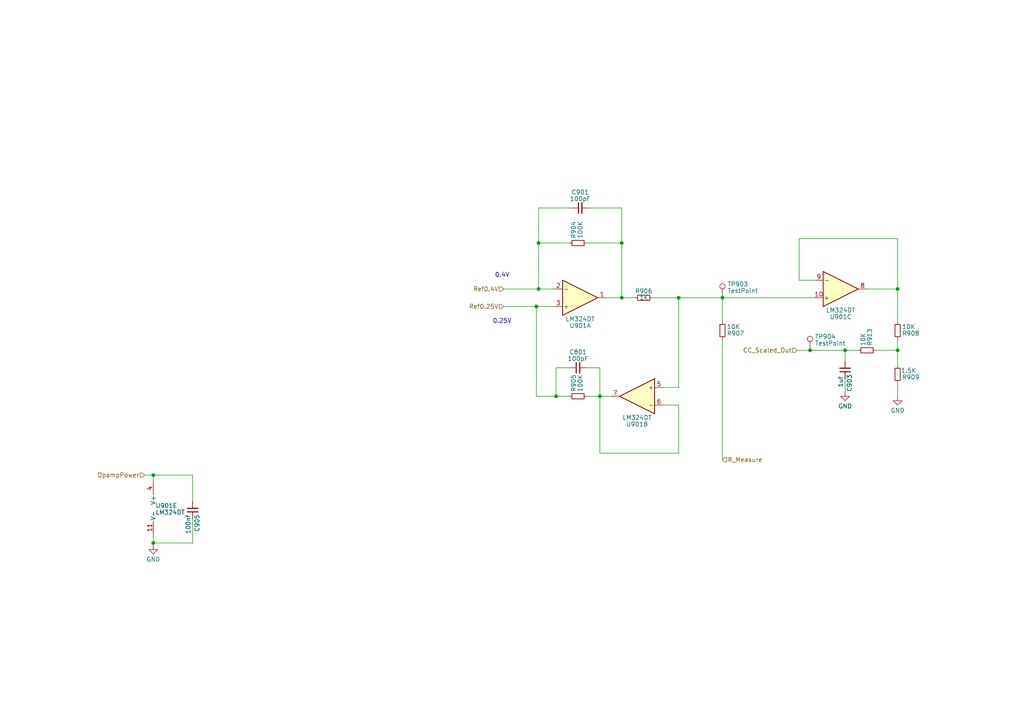
<source format=kicad_sch>
(kicad_sch (version 20230121) (generator eeschema)
  (paper "A4")
  (lib_symbols
    (symbol "Amplifier_Operational:LM324" (pin_names (offset 0.127))
      (property "Reference" "U" (at 0 5.08 0))
      (property "Value" "LM324" (at 0 -5.08 0))
      (symbol "LM324_1_1"
        (polyline (pts (xy -5.08 5.08) (xy 5.08 0) (xy -5.08 -5.08) (xy -5.08 5.08)) (stroke (width 0.254)) (fill (type background)))
        (pin output line (at 7.62 0 180) (length 2.54) (name "~") (number "1"))
        (pin input line (at -7.62 -2.54 0) (length 2.54) (name "-") (number "2"))
        (pin input line (at -7.62 2.54 0) (length 2.54) (name "+") (number "3"))
      )
      (symbol "LM324_2_1"
        (polyline (pts (xy -5.08 5.08) (xy 5.08 0) (xy -5.08 -5.08) (xy -5.08 5.08)) (stroke (width 0.254)) (fill (type background)))
        (pin input line (at -7.62 2.54 0) (length 2.54) (name "+") (number "5"))
        (pin input line (at -7.62 -2.54 0) (length 2.54) (name "-") (number "6"))
        (pin output line (at 7.62 0 180) (length 2.54) (name "~") (number "7"))
      )
      (symbol "LM324_3_1"
        (polyline (pts (xy -5.08 5.08) (xy 5.08 0) (xy -5.08 -5.08) (xy -5.08 5.08)) (stroke (width 0.254)) (fill (type background)))
        (pin input line (at -7.62 2.54 0) (length 2.54) (name "+") (number "10"))
        (pin output line (at 7.62 0 180) (length 2.54) (name "~") (number "8"))
        (pin input line (at -7.62 -2.54 0) (length 2.54) (name "-") (number "9"))
      )
      (symbol "LM324_4_1"
        (polyline (pts (xy -5.08 5.08) (xy 5.08 0) (xy -5.08 -5.08) (xy -5.08 5.08)) (stroke (width 0.254)) (fill (type background)))
        (pin input line (at -7.62 2.54 0) (length 2.54) (name "+") (number "12"))
        (pin input line (at -7.62 -2.54 0) (length 2.54) (name "-") (number "13"))
        (pin output line (at 7.62 0 180) (length 2.54) (name "~") (number "14"))
      )
      (symbol "LM324_5_1"
        (pin power_in line (at -2.54 -7.62 90) (length 3.81) (name "V-") (number "11"))
        (pin power_in line (at -2.54 7.62 270) (length 3.81) (name "V+") (number "4"))
      )
    )
    (symbol "Connector:TestPoint" (pin_numbers hide) (pin_names (offset 0.762) hide)
      (property "Reference" "TP" (at 0 6.858 0))
      (property "Value" "TestPoint" (at 0 5.08 0))
      (symbol "TestPoint_0_1"
        (circle (center 0 3.302) (radius 0.762))
      )
      (symbol "TestPoint_1_1"
        (pin passive line (at 0 0 90) (length 2.54) (name "1") (number "1"))
      )
    )
    (symbol "Device:C_Small" (pin_numbers hide) (pin_names (offset 0.254) hide)
      (property "Reference" "C" (at 0.254 1.778 0))
      (property "Value" "C_Small" (at 0.254 -2.032 0))
      (symbol "C_Small_0_1"
        (polyline (pts (xy -1.524 -0.508) (xy 1.524 -0.508)) (stroke (width 0.3302)))
        (polyline (pts (xy -1.524 0.508) (xy 1.524 0.508)) (stroke (width 0.3048)))
      )
      (symbol "C_Small_1_1"
        (pin passive line (at 0 2.54 270) (length 2.032) (name "~") (number "1"))
        (pin passive line (at 0 -2.54 90) (length 2.032) (name "~") (number "2"))
      )
    )
    (symbol "PGD-Library:C_Small" (pin_numbers hide) (pin_names (offset 0.254) hide)
      (property "Reference" "C" (at 0.254 1.778 0))
      (property "Value" "C_Small" (at 0.254 -2.032 0))
      (symbol "C_Small_0_1"
        (polyline (pts (xy -1.524 -0.508) (xy 1.524 -0.508)) (stroke (width 0.3302)))
        (polyline (pts (xy -1.524 0.508) (xy 1.524 0.508)) (stroke (width 0.3048)))
      )
      (symbol "C_Small_1_1"
        (pin passive line (at 0 2.54 270) (length 2.032) (name "~") (number "1"))
        (pin passive line (at 0 -2.54 90) (length 2.032) (name "~") (number "2"))
      )
    )
    (symbol "PGD-Library:R_Small" (pin_numbers hide) (pin_names (offset 0.254) hide)
      (property "Reference" "R" (at 0.762 0.508 0))
      (property "Value" "R_Small" (at 0.762 -1.016 0))
      (symbol "R_Small_0_1"
        (rectangle (start -0.762 1.778) (end 0.762 -1.778) (stroke (width 0.2032)))
      )
      (symbol "R_Small_1_1"
        (pin passive line (at 0 2.54 270) (length 0.762) (name "~") (number "1"))
        (pin passive line (at 0 -2.54 90) (length 0.762) (name "~") (number "2"))
      )
    )
    (symbol "power:GND" (power) (pin_names (offset 0))
      (property "Value" "GND" (at 0 -3.81 0))
      (symbol "GND_0_1"
        (polyline (pts (xy 0 0) (xy 0 -1.27) (xy 1.27 -1.27) (xy 0 -2.54) (xy -1.27 -1.27) (xy 0 -1.27)))
      )
      (symbol "GND_1_1"
        (pin power_in line (at 0 0 270) (length 0) hide (name "GND") (number "1"))
      )
    )
  )
  (junction (at 196.85 86.36))
  (junction (at 44.45 157.48))
  (junction (at 260.35 83.82))
  (junction (at 44.45 137.795))
  (junction (at 180.34 86.36))
  (junction (at 156.21 70.485))
  (junction (at 260.35 101.6))
  (junction (at 180.34 70.485))
  (junction (at 156.21 83.82))
  (junction (at 234.95 101.6))
  (junction (at 245.11 101.6))
  (junction (at 173.99 114.935))
  (junction (at 161.29 114.935))
  (junction (at 209.55 86.36))
  (junction (at 155.575 88.9))
  (wire (pts (xy 245.11 101.6) (xy 248.92 101.6)))
  (wire (pts (xy 234.95 101.6) (xy 245.11 101.6)))
  (wire (pts (xy 231.14 101.6) (xy 234.95 101.6)))
  (wire (pts (xy 192.405 112.395) (xy 196.85 112.395)))
  (wire (pts (xy 260.35 101.6) (xy 260.35 106.045)))
  (wire (pts (xy 236.22 86.36) (xy 209.55 86.36)))
  (wire (pts (xy 55.88 137.795) (xy 55.88 145.415)))
  (wire (pts (xy 196.85 131.445) (xy 173.99 131.445)))
  (wire (pts (xy 155.575 88.9) (xy 146.05 88.9)))
  (wire (pts (xy 192.405 117.475) (xy 196.85 117.475)))
  (wire (pts (xy 260.35 111.125) (xy 260.35 114.935)))
  (wire (pts (xy 209.55 86.36) (xy 196.85 86.36)))
  (wire (pts (xy 170.18 106.68) (xy 173.99 106.68)))
  (wire (pts (xy 165.1 70.485) (xy 156.21 70.485)))
  (wire (pts (xy 245.11 101.6) (xy 245.11 104.775)))
  (wire (pts (xy 173.99 131.445) (xy 173.99 114.935)))
  (wire (pts (xy 175.895 86.36) (xy 180.34 86.36)))
  (wire (pts (xy 170.815 60.325) (xy 180.34 60.325)))
  (wire (pts (xy 260.35 69.215) (xy 231.775 69.215)))
  (wire (pts (xy 260.35 83.82) (xy 260.35 93.345)))
  (wire (pts (xy 173.99 114.935) (xy 177.165 114.935)))
  (wire (pts (xy 231.775 69.215) (xy 231.775 81.28)))
  (wire (pts (xy 251.46 83.82) (xy 260.35 83.82)))
  (wire (pts (xy 173.99 106.68) (xy 173.99 114.935)))
  (wire (pts (xy 260.35 98.425) (xy 260.35 101.6)))
  (wire (pts (xy 184.15 86.36) (xy 180.34 86.36)))
  (wire (pts (xy 44.45 137.795) (xy 44.45 139.7)))
  (wire (pts (xy 165.735 60.325) (xy 156.21 60.325)))
  (wire (pts (xy 180.34 60.325) (xy 180.34 70.485)))
  (wire (pts (xy 44.45 157.48) (xy 55.88 157.48)))
  (wire (pts (xy 196.85 86.36) (xy 196.85 112.395)))
  (wire (pts (xy 254 101.6) (xy 260.35 101.6)))
  (wire (pts (xy 41.91 137.795) (xy 44.45 137.795)))
  (wire (pts (xy 44.45 157.48) (xy 44.45 158.115)))
  (wire (pts (xy 55.88 150.495) (xy 55.88 157.48)))
  (wire (pts (xy 44.45 154.94) (xy 44.45 157.48)))
  (wire (pts (xy 155.575 114.935) (xy 155.575 88.9)))
  (wire (pts (xy 231.775 81.28) (xy 236.22 81.28)))
  (wire (pts (xy 180.34 70.485) (xy 170.18 70.485)))
  (wire (pts (xy 209.55 86.36) (xy 209.55 93.345)))
  (wire (pts (xy 160.655 83.82) (xy 156.21 83.82)))
  (wire (pts (xy 180.34 86.36) (xy 180.34 70.485)))
  (wire (pts (xy 196.85 117.475) (xy 196.85 131.445)))
  (wire (pts (xy 156.21 70.485) (xy 156.21 83.82)))
  (wire (pts (xy 260.35 83.82) (xy 260.35 69.215)))
  (wire (pts (xy 161.29 114.935) (xy 155.575 114.935)))
  (wire (pts (xy 160.655 88.9) (xy 155.575 88.9)))
  (wire (pts (xy 165.1 114.935) (xy 161.29 114.935)))
  (wire (pts (xy 161.29 106.68) (xy 161.29 114.935)))
  (wire (pts (xy 209.55 98.425) (xy 209.55 133.35)))
  (wire (pts (xy 196.85 86.36) (xy 189.23 86.36)))
  (wire (pts (xy 170.18 114.935) (xy 173.99 114.935)))
  (wire (pts (xy 165.1 106.68) (xy 161.29 106.68)))
  (wire (pts (xy 156.21 60.325) (xy 156.21 70.485)))
  (wire (pts (xy 156.21 83.82) (xy 146.05 83.82)))
  (wire (pts (xy 245.11 109.855) (xy 245.11 113.665)))
  (wire (pts (xy 44.45 137.795) (xy 55.88 137.795)))
  (text "0.25V" (at 142.875 93.98 0) (effects (font (size 1.27 1.27)) (justify left bottom)))
  (text "0.4V" (at 143.51 80.645 0) (effects (font (size 1.27 1.27)) (justify left bottom)))
  (hierarchical_label "R_Measure" (shape input) (at 209.55 133.35 0))
  (hierarchical_label "CC_Scaled_Out" (shape input) (at 231.14 101.6 180))
  (hierarchical_label "Ref0.4V" (shape input) (at 146.05 83.82 180))
  (hierarchical_label "OpampPower" (shape input) (at 41.91 137.795 180))
  (hierarchical_label "Ref0.25V" (shape input) (at 146.05 88.9 180))
  (symbol (lib_id "PGD-Library:R_Small") (at 260.35 95.885 180) (unit 1)
    (property "Reference" "R908" (at 264.1608 96.6801 0))
    (property "Value" "10K" (at 263.5258 94.7751 0))
    (property "Footprint" "Resistor_SMD:R_0805_2012Metric" (effects hide))
    (property "Datasheet" "https://jlcpcb.com/partdetail/18102-0805W8F1002T5E/C17414" (effects hide))
    (property "LCSC Part" "C17414" (effects hide))
    (property "JLC Part" "Basic Part" (effects hide))
    (instances (project "PiraniGaugeDisplay" (path "" (reference "R908") (unit 1)) (path "" (reference "R804") (unit 1))) (project "Output_6Ch_SoftLimits" (path "" (reference "R201") (unit 1))) (project "Bincorp_485JoystickControllerV1" (path "" (reference "R123") (unit 1))) (project "Output_2ch_FaultTolerant" (path "" (reference "R202") (unit 1)) (path "" (reference "R402") (unit 1)) (path "" (reference "R303") (unit 1)) (path "" (reference "R603") (unit 1)) (path "" (reference "R503") (unit 1))))
  )
  (symbol (lib_id "PGD-Library:R_Small") (at 209.55 95.885 180) (unit 1)
    (property "Reference" "R907" (at 213.3608 96.6801 0))
    (property "Value" "10K" (at 212.7258 94.7751 0))
    (property "Footprint" "Resistor_SMD:R_0805_2012Metric" (effects hide))
    (property "Datasheet" "https://jlcpcb.com/partdetail/18102-0805W8F1002T5E/C17414" (effects hide))
    (property "LCSC Part" "C17414" (effects hide))
    (property "JLC Part" "Basic Part" (effects hide))
    (instances (project "PiraniGaugeDisplay" (path "" (reference "R907") (unit 1)) (path "" (reference "R803") (unit 1))) (project "Output_6Ch_SoftLimits" (path "" (reference "R201") (unit 1))) (project "Bincorp_485JoystickControllerV1" (path "" (reference "R123") (unit 1))) (project "Output_2ch_FaultTolerant" (path "" (reference "R202") (unit 1)) (path "" (reference "R402") (unit 1)) (path "" (reference "R303") (unit 1)) (path "" (reference "R603") (unit 1)) (path "" (reference "R503") (unit 1))))
  )
  (symbol (lib_id "PGD-Library:R_Small") (at 251.46 101.6 270) (unit 1)
    (property "Reference" "R913" (at 252.2551 97.7892 0))
    (property "Value" "10K" (at 250.3501 98.4242 0))
    (property "Footprint" "Resistor_SMD:R_0805_2012Metric" (effects hide))
    (property "Datasheet" "https://jlcpcb.com/partdetail/18102-0805W8F1002T5E/C17414" (effects hide))
    (property "LCSC Part" "C17414" (effects hide))
    (property "JLC Part" "Basic Part" (effects hide))
    (instances (project "PiraniGaugeDisplay" (path "" (reference "R913") (unit 1)) (path "" (reference "R805") (unit 1))) (project "Output_6Ch_SoftLimits" (path "" (reference "R201") (unit 1))) (project "Bincorp_485JoystickControllerV1" (path "" (reference "R123") (unit 1))) (project "Output_2ch_FaultTolerant" (path "" (reference "R202") (unit 1)) (path "" (reference "R402") (unit 1)) (path "" (reference "R303") (unit 1)) (path "" (reference "R603") (unit 1)) (path "" (reference "R503") (unit 1))))
  )
  (symbol (lib_id "power:GND") (at 260.35 114.935 0) (unit 1)
    (property "Reference" "#PWR0903" (effects hide))
    (property "Value" "GND" (at 260.35 119.0705 0))
    (instances (project "PiraniGaugeDisplay" (path "" (reference "#PWR0903") (unit 1)) (path "" (reference "#PWR0802") (unit 1))))
  )
  (symbol (lib_id "Device:C_Small") (at 167.64 106.68 90) (unit 1)
    (property "Reference" "C801" (at 167.6463 102.108 90))
    (property "Value" "100pF" (at 167.6463 104.029 90))
    (property "Footprint" "Capacitor_SMD:C_0603_1608Metric" (effects hide))
    (property "LCSC Part" "C14858" (effects hide))
    (property "JLC Part" "Basic Part" (effects hide))
    (instances (project "PiraniGaugeDisplay" (path "" (reference "C801") (unit 1)) (path "" (reference "C803") (unit 1))))
  )
  (symbol (lib_id "Amplifier_Operational:LM324") (at 243.84 83.82 0) (mirror x) (unit 3)
    (property "Reference" "U901" (at 243.84 91.9099 0))
    (property "Value" "LM324DT" (at 243.84 89.9889 0))
    (property "Footprint" "Package_SO:SOIC-14_3.9x8.7mm_P1.27mm" (effects hide))
    (property "Datasheet" "http://www.ti.com/lit/ds/symlink/lm2902-n.pdf" (effects hide))
    (property "LCSC Part" "C71035" (effects hide))
    (property "JLC Part" "Basic Part" (effects hide))
    (instances (project "PiraniGaugeDisplay" (path "" (reference "U901") (unit 3)) (path "" (reference "U801") (unit 3))))
  )
  (symbol (lib_id "power:GND") (at 245.11 113.665 0) (unit 1)
    (property "Reference" "#PWR0907" (effects hide))
    (property "Value" "GND" (at 245.11 117.8005 0))
    (instances (project "PiraniGaugeDisplay" (path "" (reference "#PWR0907") (unit 1)) (path "" (reference "#PWR0801") (unit 1))))
  )
  (symbol (lib_id "Device:C_Small") (at 168.275 60.325 90) (unit 1)
    (property "Reference" "C901" (at 168.2813 55.753 90))
    (property "Value" "100pF" (at 168.2813 57.674 90))
    (property "Footprint" "Capacitor_SMD:C_0603_1608Metric" (effects hide))
    (property "LCSC Part" "C14858" (effects hide))
    (property "JLC Part" "Basic Part" (effects hide))
    (instances (project "PiraniGaugeDisplay" (path "" (reference "C901") (unit 1)) (path "" (reference "C802") (unit 1))))
  )
  (symbol (lib_id "PGD-Library:C_Small") (at 245.11 107.315 180) (unit 1)
    (property "Reference" "C903" (at 246.38 113.665 90) (effects (justify right)))
    (property "Value" "1uf" (at 243.84 112.395 90) (effects (justify right)))
    (property "Footprint" "Capacitor_SMD:C_0805_2012Metric" (effects hide))
    (property "Datasheet" "https://jlcpcb.com/partdetail/29074-CL21B105KBFNNNE/C28323" (effects hide))
    (property "JLC Part" "C28323" (effects hide))
    (property "LCSC Part" "Basic Part" (effects hide))
    (instances (project "PiraniGaugeDisplay" (path "" (reference "C903") (unit 1)) (path "" (reference "C804") (unit 1))) (project "Output_6Ch_SoftLimits" (path "" (reference "C208") (unit 1))) (project "Bincorp_485JoystickControllerV1" (path "" (reference "C109") (unit 1))) (project "Output_2ch_FaultTolerant" (path "" (reference "C209") (unit 1)) (path "" (reference "C409") (unit 1)) (path "" (reference "C507") (unit 1))))
  )
  (symbol (lib_id "Amplifier_Operational:LM324") (at 184.785 114.935 0) (mirror y) (unit 2)
    (property "Reference" "U901" (at 184.785 123.0249 0))
    (property "Value" "LM324DT" (at 184.785 121.1039 0))
    (property "Footprint" "Package_SO:SOIC-14_3.9x8.7mm_P1.27mm" (effects hide))
    (property "Datasheet" "http://www.ti.com/lit/ds/symlink/lm2902-n.pdf" (effects hide))
    (property "LCSC Part" "C71035" (effects hide))
    (property "JLC Part" "Basic Part" (effects hide))
    (instances (project "PiraniGaugeDisplay" (path "" (reference "U901") (unit 2)) (path "" (reference "U801") (unit 2))))
  )
  (symbol (lib_id "Amplifier_Operational:LM324") (at 46.99 147.32 0) (unit 5)
    (property "Reference" "U901" (at 45.085 146.6763 0) (effects (justify left)))
    (property "Value" "LM324DT" (at 45.085 148.5973 0) (effects (justify left)))
    (property "Footprint" "Package_SO:SOIC-14_3.9x8.7mm_P1.27mm" (effects hide))
    (property "Datasheet" "http://www.ti.com/lit/ds/symlink/lm2902-n.pdf" (effects hide))
    (property "LCSC Part" "C71035" (effects hide))
    (property "JLC Part" "Basic Part" (effects hide))
    (instances (project "PiraniGaugeDisplay" (path "" (reference "U901") (unit 5)) (path "" (reference "U801") (unit 5))))
  )
  (symbol (lib_id "Connector:TestPoint") (at 234.95 101.6 0) (unit 1)
    (property "Reference" "TP904" (at 236.347 97.6543 0) (effects (justify left)))
    (property "Value" "TestPoint" (at 236.347 99.5753 0) (effects (justify left)))
    (instances (project "PiraniGaugeDisplay" (path "" (reference "TP904") (unit 1)) (path "" (reference "TP802") (unit 1))))
  )
  (symbol (lib_id "PGD-Library:R_Small") (at 260.35 108.585 180) (unit 1)
    (property "Reference" "R909" (at 264.1608 109.3801 0))
    (property "Value" "1.5K" (at 263.5258 107.4751 0))
    (property "Footprint" "Resistor_SMD:R_0805_2012Metric" (effects hide))
    (property "Datasheet" "https://jlcpcb.com/partdetail/18102-0805W8F1002T5E/C17414" (effects hide))
    (property "LCSC Part" "C17414" (effects hide))
    (property "JLC Part" "Basic Part" (effects hide))
    (instances (project "PiraniGaugeDisplay" (path "" (reference "R909") (unit 1)) (path "" (reference "R806") (unit 1))) (project "Output_6Ch_SoftLimits" (path "" (reference "R201") (unit 1))) (project "Bincorp_485JoystickControllerV1" (path "" (reference "R123") (unit 1))) (project "Output_2ch_FaultTolerant" (path "" (reference "R202") (unit 1)) (path "" (reference "R402") (unit 1)) (path "" (reference "R303") (unit 1)) (path "" (reference "R603") (unit 1)) (path "" (reference "R503") (unit 1))))
  )
  (symbol (lib_id "PGD-Library:R_Small") (at 186.69 86.36 270) (unit 1)
    (property "Reference" "R906" (at 184.15 84.455 90) (effects (justify left)))
    (property "Value" "1K" (at 185.42 86.36 90) (effects (justify left)))
    (property "Footprint" "Resistor_SMD:R_0402_1005Metric" (effects hide))
    (property "Datasheet" "https://jlcpcb.com/partdetail/12256-0402WGF1001TCE/C11702" (effects hide))
    (property "LCSC Part" "C11702" (effects hide))
    (property "JLC Part" "Basic Part" (effects hide))
    (instances (project "PiraniGaugeDisplay" (path "" (reference "R906") (unit 1)) (path "" (reference "R802") (unit 1))) (project "Bincorp_485JoystickControllerV1" (path "" (reference "R38") (unit 1)) (path "" (reference "R102") (unit 1)) (path "" (reference "R701") (unit 1)) (path "" (reference "R1803") (unit 1)) (path "" (reference "R1903") (unit 1)) (path "" (reference "R2003") (unit 1)) (path "" (reference "R2103") (unit 1))))
  )
  (symbol (lib_id "PGD-Library:R_Small") (at 167.64 114.935 270) (unit 1)
    (property "Reference" "R905" (at 166.37 111.125 0))
    (property "Value" "100K" (at 168.275 111.125 0))
    (property "Footprint" "Resistor_SMD:R_0805_2012Metric" (effects hide))
    (property "Datasheet" "https://jlcpcb.com/partdetail/160838-0805W8F1003T5E/C149504" (effects hide))
    (property "LCSC Part" "C149504" (effects hide))
    (property "JLC Part" "Basic Part" (effects hide))
    (instances (project "PiraniGaugeDisplay" (path "" (reference "R905") (unit 1)) (path "" (reference "R807") (unit 1))) (project "Output_6Ch_SoftLimits" (path "" (reference "R210") (unit 1))) (project "Bincorp_485JoystickControllerV1" (path "" (reference "R119") (unit 1))) (project "Output_2ch_FaultTolerant" (path "" (reference "R202") (unit 1)) (path "" (reference "R402") (unit 1)) (path "" (reference "R303") (unit 1)) (path "" (reference "R603") (unit 1)) (path "" (reference "R501") (unit 1))))
  )
  (symbol (lib_id "Amplifier_Operational:LM324") (at 168.275 86.36 0) (mirror x) (unit 1)
    (property "Reference" "U901" (at 168.275 94.4499 0))
    (property "Value" "LM324DT" (at 168.275 92.5289 0))
    (property "Footprint" "Package_SO:SOIC-14_3.9x8.7mm_P1.27mm" (effects hide))
    (property "Datasheet" "http://www.ti.com/lit/ds/symlink/lm2902-n.pdf" (effects hide))
    (property "LCSC Part" "C71035" (effects hide))
    (property "JLC Part" "Basic Part" (effects hide))
    (instances (project "PiraniGaugeDisplay" (path "" (reference "U901") (unit 1)) (path "" (reference "U801") (unit 1))))
  )
  (symbol (lib_id "Connector:TestPoint") (at 209.55 86.36 0) (unit 1)
    (property "Reference" "TP903" (at 210.947 82.4143 0) (effects (justify left)))
    (property "Value" "TestPoint" (at 210.947 84.3353 0) (effects (justify left)))
    (instances (project "PiraniGaugeDisplay" (path "" (reference "TP903") (unit 1)) (path "" (reference "TP801") (unit 1))))
  )
  (symbol (lib_id "power:GND") (at 44.45 158.115 0) (unit 1)
    (property "Reference" "#PWR0906" (effects hide))
    (property "Value" "GND" (at 44.45 162.2505 0))
    (instances (project "PiraniGaugeDisplay" (path "" (reference "#PWR0906") (unit 1)) (path "" (reference "#PWR0803") (unit 1))))
  )
  (symbol (lib_id "PGD-Library:C_Small") (at 55.88 147.955 180) (unit 1)
    (property "Reference" "C905" (at 57.15 154.305 90) (effects (justify right)))
    (property "Value" "100nf" (at 54.61 154.94 90) (effects (justify right)))
    (property "Footprint" "Capacitor_SMD:C_0805_2012Metric" (effects hide))
    (property "Datasheet" "https://jlcpcb.com/partdetail/28983-CL21B104KCFNNNE/C28233" (effects hide))
    (property "LCSC Part" "C28233" (effects hide))
    (property "JLC Part" "Basic Part" (effects hide))
    (instances (project "PiraniGaugeDisplay" (path "" (reference "C905") (unit 1)) (path "" (reference "C805") (unit 1))) (project "Output_6Ch_SoftLimits" (path "" (reference "C211") (unit 1))) (project "Bincorp_485JoystickControllerV1" (path "" (reference "C110") (unit 1))) (project "Output_2ch_FaultTolerant" (path "" (reference "C201") (unit 1)) (path "" (reference "C401") (unit 1)) (path "" (reference "C508") (unit 1))))
  )
  (symbol (lib_id "PGD-Library:R_Small") (at 167.64 70.485 270) (unit 1)
    (property "Reference" "R904" (at 166.37 66.675 0))
    (property "Value" "100K" (at 168.275 66.675 0))
    (property "Footprint" "Resistor_SMD:R_0805_2012Metric" (effects hide))
    (property "Datasheet" "https://jlcpcb.com/partdetail/160838-0805W8F1003T5E/C149504" (effects hide))
    (property "LCSC Part" "C149504" (effects hide))
    (property "JLC Part" "Basic Part" (effects hide))
    (instances (project "PiraniGaugeDisplay" (path "" (reference "R904") (unit 1)) (path "" (reference "R801") (unit 1))) (project "Output_6Ch_SoftLimits" (path "" (reference "R210") (unit 1))) (project "Bincorp_485JoystickControllerV1" (path "" (reference "R119") (unit 1))) (project "Output_2ch_FaultTolerant" (path "" (reference "R202") (unit 1)) (path "" (reference "R402") (unit 1)) (path "" (reference "R303") (unit 1)) (path "" (reference "R603") (unit 1)) (path "" (reference "R501") (unit 1))))
  )
)
</source>
